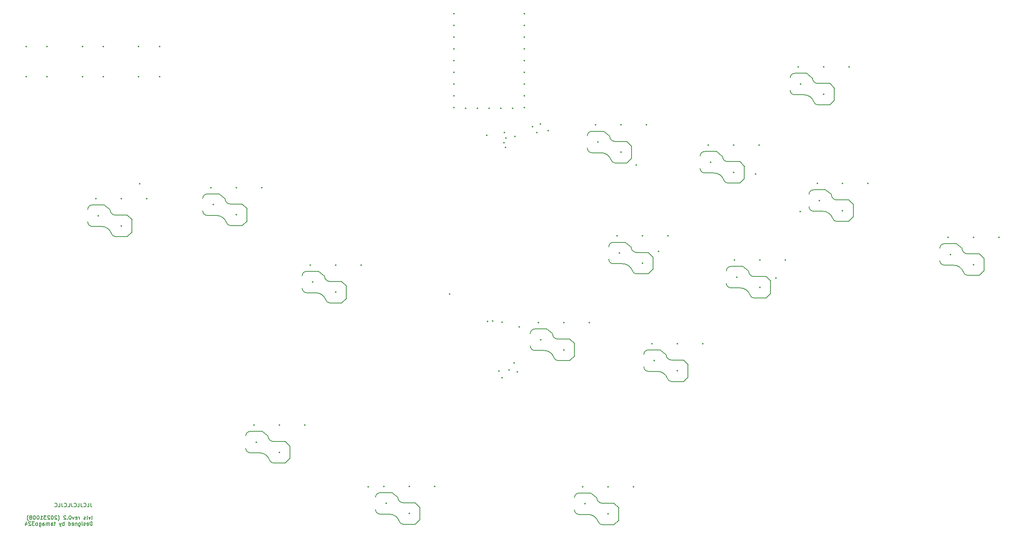
<source format=gbo>
%TF.GenerationSoftware,KiCad,Pcbnew,7.0.7*%
%TF.CreationDate,2023-10-08T10:30:23+09:00*%
%TF.ProjectId,lvls,6c766c73-2e6b-4696-9361-645f70636258,rev?*%
%TF.SameCoordinates,Original*%
%TF.FileFunction,Legend,Bot*%
%TF.FilePolarity,Positive*%
%FSLAX46Y46*%
G04 Gerber Fmt 4.6, Leading zero omitted, Abs format (unit mm)*
G04 Created by KiCad (PCBNEW 7.0.7) date 2023-10-08 10:30:23*
%MOMM*%
%LPD*%
G01*
G04 APERTURE LIST*
%ADD10C,0.203200*%
%ADD11C,0.150000*%
%ADD12C,0.350000*%
G04 APERTURE END LIST*
D10*
X51954361Y-130952649D02*
X51954361Y-131533221D01*
X51954361Y-131533221D02*
X51993066Y-131649335D01*
X51993066Y-131649335D02*
X52070475Y-131726745D01*
X52070475Y-131726745D02*
X52186590Y-131765449D01*
X52186590Y-131765449D02*
X52263999Y-131765449D01*
X51180266Y-131765449D02*
X51567314Y-131765449D01*
X51567314Y-131765449D02*
X51567314Y-130952649D01*
X50444876Y-131688040D02*
X50483580Y-131726745D01*
X50483580Y-131726745D02*
X50599695Y-131765449D01*
X50599695Y-131765449D02*
X50677104Y-131765449D01*
X50677104Y-131765449D02*
X50793218Y-131726745D01*
X50793218Y-131726745D02*
X50870628Y-131649335D01*
X50870628Y-131649335D02*
X50909333Y-131571925D01*
X50909333Y-131571925D02*
X50948037Y-131417106D01*
X50948037Y-131417106D02*
X50948037Y-131300992D01*
X50948037Y-131300992D02*
X50909333Y-131146173D01*
X50909333Y-131146173D02*
X50870628Y-131068764D01*
X50870628Y-131068764D02*
X50793218Y-130991354D01*
X50793218Y-130991354D02*
X50677104Y-130952649D01*
X50677104Y-130952649D02*
X50599695Y-130952649D01*
X50599695Y-130952649D02*
X50483580Y-130991354D01*
X50483580Y-130991354D02*
X50444876Y-131030059D01*
X49864304Y-130952649D02*
X49864304Y-131533221D01*
X49864304Y-131533221D02*
X49903009Y-131649335D01*
X49903009Y-131649335D02*
X49980418Y-131726745D01*
X49980418Y-131726745D02*
X50096533Y-131765449D01*
X50096533Y-131765449D02*
X50173942Y-131765449D01*
X49090209Y-131765449D02*
X49477257Y-131765449D01*
X49477257Y-131765449D02*
X49477257Y-130952649D01*
X48354819Y-131688040D02*
X48393523Y-131726745D01*
X48393523Y-131726745D02*
X48509638Y-131765449D01*
X48509638Y-131765449D02*
X48587047Y-131765449D01*
X48587047Y-131765449D02*
X48703161Y-131726745D01*
X48703161Y-131726745D02*
X48780571Y-131649335D01*
X48780571Y-131649335D02*
X48819276Y-131571925D01*
X48819276Y-131571925D02*
X48857980Y-131417106D01*
X48857980Y-131417106D02*
X48857980Y-131300992D01*
X48857980Y-131300992D02*
X48819276Y-131146173D01*
X48819276Y-131146173D02*
X48780571Y-131068764D01*
X48780571Y-131068764D02*
X48703161Y-130991354D01*
X48703161Y-130991354D02*
X48587047Y-130952649D01*
X48587047Y-130952649D02*
X48509638Y-130952649D01*
X48509638Y-130952649D02*
X48393523Y-130991354D01*
X48393523Y-130991354D02*
X48354819Y-131030059D01*
X47774247Y-130952649D02*
X47774247Y-131533221D01*
X47774247Y-131533221D02*
X47812952Y-131649335D01*
X47812952Y-131649335D02*
X47890361Y-131726745D01*
X47890361Y-131726745D02*
X48006476Y-131765449D01*
X48006476Y-131765449D02*
X48083885Y-131765449D01*
X47000152Y-131765449D02*
X47387200Y-131765449D01*
X47387200Y-131765449D02*
X47387200Y-130952649D01*
X46264762Y-131688040D02*
X46303466Y-131726745D01*
X46303466Y-131726745D02*
X46419581Y-131765449D01*
X46419581Y-131765449D02*
X46496990Y-131765449D01*
X46496990Y-131765449D02*
X46613104Y-131726745D01*
X46613104Y-131726745D02*
X46690514Y-131649335D01*
X46690514Y-131649335D02*
X46729219Y-131571925D01*
X46729219Y-131571925D02*
X46767923Y-131417106D01*
X46767923Y-131417106D02*
X46767923Y-131300992D01*
X46767923Y-131300992D02*
X46729219Y-131146173D01*
X46729219Y-131146173D02*
X46690514Y-131068764D01*
X46690514Y-131068764D02*
X46613104Y-130991354D01*
X46613104Y-130991354D02*
X46496990Y-130952649D01*
X46496990Y-130952649D02*
X46419581Y-130952649D01*
X46419581Y-130952649D02*
X46303466Y-130991354D01*
X46303466Y-130991354D02*
X46264762Y-131030059D01*
X45684190Y-130952649D02*
X45684190Y-131533221D01*
X45684190Y-131533221D02*
X45722895Y-131649335D01*
X45722895Y-131649335D02*
X45800304Y-131726745D01*
X45800304Y-131726745D02*
X45916419Y-131765449D01*
X45916419Y-131765449D02*
X45993828Y-131765449D01*
X44910095Y-131765449D02*
X45297143Y-131765449D01*
X45297143Y-131765449D02*
X45297143Y-130952649D01*
X44174705Y-131688040D02*
X44213409Y-131726745D01*
X44213409Y-131726745D02*
X44329524Y-131765449D01*
X44329524Y-131765449D02*
X44406933Y-131765449D01*
X44406933Y-131765449D02*
X44523047Y-131726745D01*
X44523047Y-131726745D02*
X44600457Y-131649335D01*
X44600457Y-131649335D02*
X44639162Y-131571925D01*
X44639162Y-131571925D02*
X44677866Y-131417106D01*
X44677866Y-131417106D02*
X44677866Y-131300992D01*
X44677866Y-131300992D02*
X44639162Y-131146173D01*
X44639162Y-131146173D02*
X44600457Y-131068764D01*
X44600457Y-131068764D02*
X44523047Y-130991354D01*
X44523047Y-130991354D02*
X44406933Y-130952649D01*
X44406933Y-130952649D02*
X44329524Y-130952649D01*
X44329524Y-130952649D02*
X44213409Y-130991354D01*
X44213409Y-130991354D02*
X44174705Y-131030059D01*
X52156677Y-134481353D02*
X52234087Y-134442649D01*
X52234087Y-134442649D02*
X52272792Y-134365239D01*
X52272792Y-134365239D02*
X52272792Y-133668553D01*
X51924449Y-133939487D02*
X51730925Y-134481353D01*
X51730925Y-134481353D02*
X51537402Y-133939487D01*
X51111649Y-134481353D02*
X51189059Y-134442649D01*
X51189059Y-134442649D02*
X51227764Y-134365239D01*
X51227764Y-134365239D02*
X51227764Y-133668553D01*
X50840716Y-134442649D02*
X50763307Y-134481353D01*
X50763307Y-134481353D02*
X50608488Y-134481353D01*
X50608488Y-134481353D02*
X50531078Y-134442649D01*
X50531078Y-134442649D02*
X50492374Y-134365239D01*
X50492374Y-134365239D02*
X50492374Y-134326534D01*
X50492374Y-134326534D02*
X50531078Y-134249125D01*
X50531078Y-134249125D02*
X50608488Y-134210420D01*
X50608488Y-134210420D02*
X50724602Y-134210420D01*
X50724602Y-134210420D02*
X50802012Y-134171715D01*
X50802012Y-134171715D02*
X50840716Y-134094306D01*
X50840716Y-134094306D02*
X50840716Y-134055601D01*
X50840716Y-134055601D02*
X50802012Y-133978191D01*
X50802012Y-133978191D02*
X50724602Y-133939487D01*
X50724602Y-133939487D02*
X50608488Y-133939487D01*
X50608488Y-133939487D02*
X50531078Y-133978191D01*
X49524755Y-134481353D02*
X49524755Y-133939487D01*
X49524755Y-134094306D02*
X49486050Y-134016896D01*
X49486050Y-134016896D02*
X49447345Y-133978191D01*
X49447345Y-133978191D02*
X49369936Y-133939487D01*
X49369936Y-133939487D02*
X49292526Y-133939487D01*
X48711955Y-134442649D02*
X48789364Y-134481353D01*
X48789364Y-134481353D02*
X48944183Y-134481353D01*
X48944183Y-134481353D02*
X49021593Y-134442649D01*
X49021593Y-134442649D02*
X49060297Y-134365239D01*
X49060297Y-134365239D02*
X49060297Y-134055601D01*
X49060297Y-134055601D02*
X49021593Y-133978191D01*
X49021593Y-133978191D02*
X48944183Y-133939487D01*
X48944183Y-133939487D02*
X48789364Y-133939487D01*
X48789364Y-133939487D02*
X48711955Y-133978191D01*
X48711955Y-133978191D02*
X48673250Y-134055601D01*
X48673250Y-134055601D02*
X48673250Y-134133010D01*
X48673250Y-134133010D02*
X49060297Y-134210420D01*
X48402316Y-133939487D02*
X48208792Y-134481353D01*
X48208792Y-134481353D02*
X48015269Y-133939487D01*
X47550812Y-133668553D02*
X47473402Y-133668553D01*
X47473402Y-133668553D02*
X47395993Y-133707258D01*
X47395993Y-133707258D02*
X47357288Y-133745963D01*
X47357288Y-133745963D02*
X47318583Y-133823372D01*
X47318583Y-133823372D02*
X47279878Y-133978191D01*
X47279878Y-133978191D02*
X47279878Y-134171715D01*
X47279878Y-134171715D02*
X47318583Y-134326534D01*
X47318583Y-134326534D02*
X47357288Y-134403944D01*
X47357288Y-134403944D02*
X47395993Y-134442649D01*
X47395993Y-134442649D02*
X47473402Y-134481353D01*
X47473402Y-134481353D02*
X47550812Y-134481353D01*
X47550812Y-134481353D02*
X47628221Y-134442649D01*
X47628221Y-134442649D02*
X47666926Y-134403944D01*
X47666926Y-134403944D02*
X47705631Y-134326534D01*
X47705631Y-134326534D02*
X47744335Y-134171715D01*
X47744335Y-134171715D02*
X47744335Y-133978191D01*
X47744335Y-133978191D02*
X47705631Y-133823372D01*
X47705631Y-133823372D02*
X47666926Y-133745963D01*
X47666926Y-133745963D02*
X47628221Y-133707258D01*
X47628221Y-133707258D02*
X47550812Y-133668553D01*
X46931536Y-134403944D02*
X46892831Y-134442649D01*
X46892831Y-134442649D02*
X46931536Y-134481353D01*
X46931536Y-134481353D02*
X46970240Y-134442649D01*
X46970240Y-134442649D02*
X46931536Y-134403944D01*
X46931536Y-134403944D02*
X46931536Y-134481353D01*
X46583192Y-133745963D02*
X46544488Y-133707258D01*
X46544488Y-133707258D02*
X46467078Y-133668553D01*
X46467078Y-133668553D02*
X46273554Y-133668553D01*
X46273554Y-133668553D02*
X46196145Y-133707258D01*
X46196145Y-133707258D02*
X46157440Y-133745963D01*
X46157440Y-133745963D02*
X46118735Y-133823372D01*
X46118735Y-133823372D02*
X46118735Y-133900782D01*
X46118735Y-133900782D02*
X46157440Y-134016896D01*
X46157440Y-134016896D02*
X46621897Y-134481353D01*
X46621897Y-134481353D02*
X46118735Y-134481353D01*
X44918888Y-134790991D02*
X44957593Y-134752287D01*
X44957593Y-134752287D02*
X45035002Y-134636172D01*
X45035002Y-134636172D02*
X45073707Y-134558763D01*
X45073707Y-134558763D02*
X45112412Y-134442649D01*
X45112412Y-134442649D02*
X45151117Y-134249125D01*
X45151117Y-134249125D02*
X45151117Y-134094306D01*
X45151117Y-134094306D02*
X45112412Y-133900782D01*
X45112412Y-133900782D02*
X45073707Y-133784668D01*
X45073707Y-133784668D02*
X45035002Y-133707258D01*
X45035002Y-133707258D02*
X44957593Y-133591144D01*
X44957593Y-133591144D02*
X44918888Y-133552439D01*
X44647954Y-133745963D02*
X44609250Y-133707258D01*
X44609250Y-133707258D02*
X44531840Y-133668553D01*
X44531840Y-133668553D02*
X44338316Y-133668553D01*
X44338316Y-133668553D02*
X44260907Y-133707258D01*
X44260907Y-133707258D02*
X44222202Y-133745963D01*
X44222202Y-133745963D02*
X44183497Y-133823372D01*
X44183497Y-133823372D02*
X44183497Y-133900782D01*
X44183497Y-133900782D02*
X44222202Y-134016896D01*
X44222202Y-134016896D02*
X44686659Y-134481353D01*
X44686659Y-134481353D02*
X44183497Y-134481353D01*
X43680336Y-133668553D02*
X43602926Y-133668553D01*
X43602926Y-133668553D02*
X43525517Y-133707258D01*
X43525517Y-133707258D02*
X43486812Y-133745963D01*
X43486812Y-133745963D02*
X43448107Y-133823372D01*
X43448107Y-133823372D02*
X43409402Y-133978191D01*
X43409402Y-133978191D02*
X43409402Y-134171715D01*
X43409402Y-134171715D02*
X43448107Y-134326534D01*
X43448107Y-134326534D02*
X43486812Y-134403944D01*
X43486812Y-134403944D02*
X43525517Y-134442649D01*
X43525517Y-134442649D02*
X43602926Y-134481353D01*
X43602926Y-134481353D02*
X43680336Y-134481353D01*
X43680336Y-134481353D02*
X43757745Y-134442649D01*
X43757745Y-134442649D02*
X43796450Y-134403944D01*
X43796450Y-134403944D02*
X43835155Y-134326534D01*
X43835155Y-134326534D02*
X43873859Y-134171715D01*
X43873859Y-134171715D02*
X43873859Y-133978191D01*
X43873859Y-133978191D02*
X43835155Y-133823372D01*
X43835155Y-133823372D02*
X43796450Y-133745963D01*
X43796450Y-133745963D02*
X43757745Y-133707258D01*
X43757745Y-133707258D02*
X43680336Y-133668553D01*
X43099764Y-133745963D02*
X43061060Y-133707258D01*
X43061060Y-133707258D02*
X42983650Y-133668553D01*
X42983650Y-133668553D02*
X42790126Y-133668553D01*
X42790126Y-133668553D02*
X42712717Y-133707258D01*
X42712717Y-133707258D02*
X42674012Y-133745963D01*
X42674012Y-133745963D02*
X42635307Y-133823372D01*
X42635307Y-133823372D02*
X42635307Y-133900782D01*
X42635307Y-133900782D02*
X42674012Y-134016896D01*
X42674012Y-134016896D02*
X43138469Y-134481353D01*
X43138469Y-134481353D02*
X42635307Y-134481353D01*
X42364374Y-133668553D02*
X41861212Y-133668553D01*
X41861212Y-133668553D02*
X42132146Y-133978191D01*
X42132146Y-133978191D02*
X42016031Y-133978191D01*
X42016031Y-133978191D02*
X41938622Y-134016896D01*
X41938622Y-134016896D02*
X41899917Y-134055601D01*
X41899917Y-134055601D02*
X41861212Y-134133010D01*
X41861212Y-134133010D02*
X41861212Y-134326534D01*
X41861212Y-134326534D02*
X41899917Y-134403944D01*
X41899917Y-134403944D02*
X41938622Y-134442649D01*
X41938622Y-134442649D02*
X42016031Y-134481353D01*
X42016031Y-134481353D02*
X42248260Y-134481353D01*
X42248260Y-134481353D02*
X42325669Y-134442649D01*
X42325669Y-134442649D02*
X42364374Y-134403944D01*
X41087117Y-134481353D02*
X41551574Y-134481353D01*
X41319346Y-134481353D02*
X41319346Y-133668553D01*
X41319346Y-133668553D02*
X41396755Y-133784668D01*
X41396755Y-133784668D02*
X41474165Y-133862077D01*
X41474165Y-133862077D02*
X41551574Y-133900782D01*
X40583956Y-133668553D02*
X40506546Y-133668553D01*
X40506546Y-133668553D02*
X40429137Y-133707258D01*
X40429137Y-133707258D02*
X40390432Y-133745963D01*
X40390432Y-133745963D02*
X40351727Y-133823372D01*
X40351727Y-133823372D02*
X40313022Y-133978191D01*
X40313022Y-133978191D02*
X40313022Y-134171715D01*
X40313022Y-134171715D02*
X40351727Y-134326534D01*
X40351727Y-134326534D02*
X40390432Y-134403944D01*
X40390432Y-134403944D02*
X40429137Y-134442649D01*
X40429137Y-134442649D02*
X40506546Y-134481353D01*
X40506546Y-134481353D02*
X40583956Y-134481353D01*
X40583956Y-134481353D02*
X40661365Y-134442649D01*
X40661365Y-134442649D02*
X40700070Y-134403944D01*
X40700070Y-134403944D02*
X40738775Y-134326534D01*
X40738775Y-134326534D02*
X40777479Y-134171715D01*
X40777479Y-134171715D02*
X40777479Y-133978191D01*
X40777479Y-133978191D02*
X40738775Y-133823372D01*
X40738775Y-133823372D02*
X40700070Y-133745963D01*
X40700070Y-133745963D02*
X40661365Y-133707258D01*
X40661365Y-133707258D02*
X40583956Y-133668553D01*
X39809861Y-133668553D02*
X39732451Y-133668553D01*
X39732451Y-133668553D02*
X39655042Y-133707258D01*
X39655042Y-133707258D02*
X39616337Y-133745963D01*
X39616337Y-133745963D02*
X39577632Y-133823372D01*
X39577632Y-133823372D02*
X39538927Y-133978191D01*
X39538927Y-133978191D02*
X39538927Y-134171715D01*
X39538927Y-134171715D02*
X39577632Y-134326534D01*
X39577632Y-134326534D02*
X39616337Y-134403944D01*
X39616337Y-134403944D02*
X39655042Y-134442649D01*
X39655042Y-134442649D02*
X39732451Y-134481353D01*
X39732451Y-134481353D02*
X39809861Y-134481353D01*
X39809861Y-134481353D02*
X39887270Y-134442649D01*
X39887270Y-134442649D02*
X39925975Y-134403944D01*
X39925975Y-134403944D02*
X39964680Y-134326534D01*
X39964680Y-134326534D02*
X40003384Y-134171715D01*
X40003384Y-134171715D02*
X40003384Y-133978191D01*
X40003384Y-133978191D02*
X39964680Y-133823372D01*
X39964680Y-133823372D02*
X39925975Y-133745963D01*
X39925975Y-133745963D02*
X39887270Y-133707258D01*
X39887270Y-133707258D02*
X39809861Y-133668553D01*
X39074470Y-134016896D02*
X39151880Y-133978191D01*
X39151880Y-133978191D02*
X39190585Y-133939487D01*
X39190585Y-133939487D02*
X39229289Y-133862077D01*
X39229289Y-133862077D02*
X39229289Y-133823372D01*
X39229289Y-133823372D02*
X39190585Y-133745963D01*
X39190585Y-133745963D02*
X39151880Y-133707258D01*
X39151880Y-133707258D02*
X39074470Y-133668553D01*
X39074470Y-133668553D02*
X38919651Y-133668553D01*
X38919651Y-133668553D02*
X38842242Y-133707258D01*
X38842242Y-133707258D02*
X38803537Y-133745963D01*
X38803537Y-133745963D02*
X38764832Y-133823372D01*
X38764832Y-133823372D02*
X38764832Y-133862077D01*
X38764832Y-133862077D02*
X38803537Y-133939487D01*
X38803537Y-133939487D02*
X38842242Y-133978191D01*
X38842242Y-133978191D02*
X38919651Y-134016896D01*
X38919651Y-134016896D02*
X39074470Y-134016896D01*
X39074470Y-134016896D02*
X39151880Y-134055601D01*
X39151880Y-134055601D02*
X39190585Y-134094306D01*
X39190585Y-134094306D02*
X39229289Y-134171715D01*
X39229289Y-134171715D02*
X39229289Y-134326534D01*
X39229289Y-134326534D02*
X39190585Y-134403944D01*
X39190585Y-134403944D02*
X39151880Y-134442649D01*
X39151880Y-134442649D02*
X39074470Y-134481353D01*
X39074470Y-134481353D02*
X38919651Y-134481353D01*
X38919651Y-134481353D02*
X38842242Y-134442649D01*
X38842242Y-134442649D02*
X38803537Y-134403944D01*
X38803537Y-134403944D02*
X38764832Y-134326534D01*
X38764832Y-134326534D02*
X38764832Y-134171715D01*
X38764832Y-134171715D02*
X38803537Y-134094306D01*
X38803537Y-134094306D02*
X38842242Y-134055601D01*
X38842242Y-134055601D02*
X38919651Y-134016896D01*
X38493899Y-134790991D02*
X38455194Y-134752287D01*
X38455194Y-134752287D02*
X38377785Y-134636172D01*
X38377785Y-134636172D02*
X38339080Y-134558763D01*
X38339080Y-134558763D02*
X38300375Y-134442649D01*
X38300375Y-134442649D02*
X38261671Y-134249125D01*
X38261671Y-134249125D02*
X38261671Y-134094306D01*
X38261671Y-134094306D02*
X38300375Y-133900782D01*
X38300375Y-133900782D02*
X38339080Y-133784668D01*
X38339080Y-133784668D02*
X38377785Y-133707258D01*
X38377785Y-133707258D02*
X38455194Y-133591144D01*
X38455194Y-133591144D02*
X38493899Y-133552439D01*
X52272792Y-135789961D02*
X52272792Y-134977161D01*
X52272792Y-134977161D02*
X52079268Y-134977161D01*
X52079268Y-134977161D02*
X51963154Y-135015866D01*
X51963154Y-135015866D02*
X51885744Y-135093276D01*
X51885744Y-135093276D02*
X51847039Y-135170685D01*
X51847039Y-135170685D02*
X51808335Y-135325504D01*
X51808335Y-135325504D02*
X51808335Y-135441618D01*
X51808335Y-135441618D02*
X51847039Y-135596437D01*
X51847039Y-135596437D02*
X51885744Y-135673847D01*
X51885744Y-135673847D02*
X51963154Y-135751257D01*
X51963154Y-135751257D02*
X52079268Y-135789961D01*
X52079268Y-135789961D02*
X52272792Y-135789961D01*
X51150354Y-135751257D02*
X51227763Y-135789961D01*
X51227763Y-135789961D02*
X51382582Y-135789961D01*
X51382582Y-135789961D02*
X51459992Y-135751257D01*
X51459992Y-135751257D02*
X51498696Y-135673847D01*
X51498696Y-135673847D02*
X51498696Y-135364209D01*
X51498696Y-135364209D02*
X51459992Y-135286799D01*
X51459992Y-135286799D02*
X51382582Y-135248095D01*
X51382582Y-135248095D02*
X51227763Y-135248095D01*
X51227763Y-135248095D02*
X51150354Y-135286799D01*
X51150354Y-135286799D02*
X51111649Y-135364209D01*
X51111649Y-135364209D02*
X51111649Y-135441618D01*
X51111649Y-135441618D02*
X51498696Y-135519028D01*
X50802010Y-135751257D02*
X50724601Y-135789961D01*
X50724601Y-135789961D02*
X50569782Y-135789961D01*
X50569782Y-135789961D02*
X50492372Y-135751257D01*
X50492372Y-135751257D02*
X50453668Y-135673847D01*
X50453668Y-135673847D02*
X50453668Y-135635142D01*
X50453668Y-135635142D02*
X50492372Y-135557733D01*
X50492372Y-135557733D02*
X50569782Y-135519028D01*
X50569782Y-135519028D02*
X50685896Y-135519028D01*
X50685896Y-135519028D02*
X50763306Y-135480323D01*
X50763306Y-135480323D02*
X50802010Y-135402914D01*
X50802010Y-135402914D02*
X50802010Y-135364209D01*
X50802010Y-135364209D02*
X50763306Y-135286799D01*
X50763306Y-135286799D02*
X50685896Y-135248095D01*
X50685896Y-135248095D02*
X50569782Y-135248095D01*
X50569782Y-135248095D02*
X50492372Y-135286799D01*
X50105325Y-135789961D02*
X50105325Y-135248095D01*
X50105325Y-134977161D02*
X50144029Y-135015866D01*
X50144029Y-135015866D02*
X50105325Y-135054571D01*
X50105325Y-135054571D02*
X50066620Y-135015866D01*
X50066620Y-135015866D02*
X50105325Y-134977161D01*
X50105325Y-134977161D02*
X50105325Y-135054571D01*
X49369934Y-135248095D02*
X49369934Y-135906076D01*
X49369934Y-135906076D02*
X49408639Y-135983485D01*
X49408639Y-135983485D02*
X49447343Y-136022190D01*
X49447343Y-136022190D02*
X49524753Y-136060895D01*
X49524753Y-136060895D02*
X49640867Y-136060895D01*
X49640867Y-136060895D02*
X49718277Y-136022190D01*
X49369934Y-135751257D02*
X49447343Y-135789961D01*
X49447343Y-135789961D02*
X49602162Y-135789961D01*
X49602162Y-135789961D02*
X49679572Y-135751257D01*
X49679572Y-135751257D02*
X49718277Y-135712552D01*
X49718277Y-135712552D02*
X49756981Y-135635142D01*
X49756981Y-135635142D02*
X49756981Y-135402914D01*
X49756981Y-135402914D02*
X49718277Y-135325504D01*
X49718277Y-135325504D02*
X49679572Y-135286799D01*
X49679572Y-135286799D02*
X49602162Y-135248095D01*
X49602162Y-135248095D02*
X49447343Y-135248095D01*
X49447343Y-135248095D02*
X49369934Y-135286799D01*
X48982887Y-135248095D02*
X48982887Y-135789961D01*
X48982887Y-135325504D02*
X48944182Y-135286799D01*
X48944182Y-135286799D02*
X48866772Y-135248095D01*
X48866772Y-135248095D02*
X48750658Y-135248095D01*
X48750658Y-135248095D02*
X48673249Y-135286799D01*
X48673249Y-135286799D02*
X48634544Y-135364209D01*
X48634544Y-135364209D02*
X48634544Y-135789961D01*
X47937859Y-135751257D02*
X48015268Y-135789961D01*
X48015268Y-135789961D02*
X48170087Y-135789961D01*
X48170087Y-135789961D02*
X48247497Y-135751257D01*
X48247497Y-135751257D02*
X48286201Y-135673847D01*
X48286201Y-135673847D02*
X48286201Y-135364209D01*
X48286201Y-135364209D02*
X48247497Y-135286799D01*
X48247497Y-135286799D02*
X48170087Y-135248095D01*
X48170087Y-135248095D02*
X48015268Y-135248095D01*
X48015268Y-135248095D02*
X47937859Y-135286799D01*
X47937859Y-135286799D02*
X47899154Y-135364209D01*
X47899154Y-135364209D02*
X47899154Y-135441618D01*
X47899154Y-135441618D02*
X48286201Y-135519028D01*
X47202468Y-135789961D02*
X47202468Y-134977161D01*
X47202468Y-135751257D02*
X47279877Y-135789961D01*
X47279877Y-135789961D02*
X47434696Y-135789961D01*
X47434696Y-135789961D02*
X47512106Y-135751257D01*
X47512106Y-135751257D02*
X47550811Y-135712552D01*
X47550811Y-135712552D02*
X47589515Y-135635142D01*
X47589515Y-135635142D02*
X47589515Y-135402914D01*
X47589515Y-135402914D02*
X47550811Y-135325504D01*
X47550811Y-135325504D02*
X47512106Y-135286799D01*
X47512106Y-135286799D02*
X47434696Y-135248095D01*
X47434696Y-135248095D02*
X47279877Y-135248095D01*
X47279877Y-135248095D02*
X47202468Y-135286799D01*
X46196145Y-135789961D02*
X46196145Y-134977161D01*
X46196145Y-135286799D02*
X46118735Y-135248095D01*
X46118735Y-135248095D02*
X45963916Y-135248095D01*
X45963916Y-135248095D02*
X45886507Y-135286799D01*
X45886507Y-135286799D02*
X45847802Y-135325504D01*
X45847802Y-135325504D02*
X45809097Y-135402914D01*
X45809097Y-135402914D02*
X45809097Y-135635142D01*
X45809097Y-135635142D02*
X45847802Y-135712552D01*
X45847802Y-135712552D02*
X45886507Y-135751257D01*
X45886507Y-135751257D02*
X45963916Y-135789961D01*
X45963916Y-135789961D02*
X46118735Y-135789961D01*
X46118735Y-135789961D02*
X46196145Y-135751257D01*
X45538164Y-135248095D02*
X45344640Y-135789961D01*
X45151117Y-135248095D02*
X45344640Y-135789961D01*
X45344640Y-135789961D02*
X45422050Y-135983485D01*
X45422050Y-135983485D02*
X45460755Y-136022190D01*
X45460755Y-136022190D02*
X45538164Y-136060895D01*
X44338317Y-135248095D02*
X44028679Y-135248095D01*
X44222203Y-134977161D02*
X44222203Y-135673847D01*
X44222203Y-135673847D02*
X44183498Y-135751257D01*
X44183498Y-135751257D02*
X44106088Y-135789961D01*
X44106088Y-135789961D02*
X44028679Y-135789961D01*
X43409403Y-135789961D02*
X43409403Y-135364209D01*
X43409403Y-135364209D02*
X43448108Y-135286799D01*
X43448108Y-135286799D02*
X43525517Y-135248095D01*
X43525517Y-135248095D02*
X43680336Y-135248095D01*
X43680336Y-135248095D02*
X43757746Y-135286799D01*
X43409403Y-135751257D02*
X43486812Y-135789961D01*
X43486812Y-135789961D02*
X43680336Y-135789961D01*
X43680336Y-135789961D02*
X43757746Y-135751257D01*
X43757746Y-135751257D02*
X43796450Y-135673847D01*
X43796450Y-135673847D02*
X43796450Y-135596437D01*
X43796450Y-135596437D02*
X43757746Y-135519028D01*
X43757746Y-135519028D02*
X43680336Y-135480323D01*
X43680336Y-135480323D02*
X43486812Y-135480323D01*
X43486812Y-135480323D02*
X43409403Y-135441618D01*
X43022356Y-135789961D02*
X43022356Y-135248095D01*
X43022356Y-135325504D02*
X42983651Y-135286799D01*
X42983651Y-135286799D02*
X42906241Y-135248095D01*
X42906241Y-135248095D02*
X42790127Y-135248095D01*
X42790127Y-135248095D02*
X42712718Y-135286799D01*
X42712718Y-135286799D02*
X42674013Y-135364209D01*
X42674013Y-135364209D02*
X42674013Y-135789961D01*
X42674013Y-135364209D02*
X42635308Y-135286799D01*
X42635308Y-135286799D02*
X42557899Y-135248095D01*
X42557899Y-135248095D02*
X42441784Y-135248095D01*
X42441784Y-135248095D02*
X42364375Y-135286799D01*
X42364375Y-135286799D02*
X42325670Y-135364209D01*
X42325670Y-135364209D02*
X42325670Y-135789961D01*
X41590280Y-135789961D02*
X41590280Y-135364209D01*
X41590280Y-135364209D02*
X41628985Y-135286799D01*
X41628985Y-135286799D02*
X41706394Y-135248095D01*
X41706394Y-135248095D02*
X41861213Y-135248095D01*
X41861213Y-135248095D02*
X41938623Y-135286799D01*
X41590280Y-135751257D02*
X41667689Y-135789961D01*
X41667689Y-135789961D02*
X41861213Y-135789961D01*
X41861213Y-135789961D02*
X41938623Y-135751257D01*
X41938623Y-135751257D02*
X41977327Y-135673847D01*
X41977327Y-135673847D02*
X41977327Y-135596437D01*
X41977327Y-135596437D02*
X41938623Y-135519028D01*
X41938623Y-135519028D02*
X41861213Y-135480323D01*
X41861213Y-135480323D02*
X41667689Y-135480323D01*
X41667689Y-135480323D02*
X41590280Y-135441618D01*
X40854890Y-135248095D02*
X40854890Y-135906076D01*
X40854890Y-135906076D02*
X40893595Y-135983485D01*
X40893595Y-135983485D02*
X40932299Y-136022190D01*
X40932299Y-136022190D02*
X41009709Y-136060895D01*
X41009709Y-136060895D02*
X41125823Y-136060895D01*
X41125823Y-136060895D02*
X41203233Y-136022190D01*
X40854890Y-135751257D02*
X40932299Y-135789961D01*
X40932299Y-135789961D02*
X41087118Y-135789961D01*
X41087118Y-135789961D02*
X41164528Y-135751257D01*
X41164528Y-135751257D02*
X41203233Y-135712552D01*
X41203233Y-135712552D02*
X41241937Y-135635142D01*
X41241937Y-135635142D02*
X41241937Y-135402914D01*
X41241937Y-135402914D02*
X41203233Y-135325504D01*
X41203233Y-135325504D02*
X41164528Y-135286799D01*
X41164528Y-135286799D02*
X41087118Y-135248095D01*
X41087118Y-135248095D02*
X40932299Y-135248095D01*
X40932299Y-135248095D02*
X40854890Y-135286799D01*
X40351728Y-135789961D02*
X40429138Y-135751257D01*
X40429138Y-135751257D02*
X40467843Y-135712552D01*
X40467843Y-135712552D02*
X40506547Y-135635142D01*
X40506547Y-135635142D02*
X40506547Y-135402914D01*
X40506547Y-135402914D02*
X40467843Y-135325504D01*
X40467843Y-135325504D02*
X40429138Y-135286799D01*
X40429138Y-135286799D02*
X40351728Y-135248095D01*
X40351728Y-135248095D02*
X40235614Y-135248095D01*
X40235614Y-135248095D02*
X40158205Y-135286799D01*
X40158205Y-135286799D02*
X40119500Y-135325504D01*
X40119500Y-135325504D02*
X40080795Y-135402914D01*
X40080795Y-135402914D02*
X40080795Y-135635142D01*
X40080795Y-135635142D02*
X40119500Y-135712552D01*
X40119500Y-135712552D02*
X40158205Y-135751257D01*
X40158205Y-135751257D02*
X40235614Y-135789961D01*
X40235614Y-135789961D02*
X40351728Y-135789961D01*
X39809862Y-134977161D02*
X39306700Y-134977161D01*
X39306700Y-134977161D02*
X39577634Y-135286799D01*
X39577634Y-135286799D02*
X39461519Y-135286799D01*
X39461519Y-135286799D02*
X39384110Y-135325504D01*
X39384110Y-135325504D02*
X39345405Y-135364209D01*
X39345405Y-135364209D02*
X39306700Y-135441618D01*
X39306700Y-135441618D02*
X39306700Y-135635142D01*
X39306700Y-135635142D02*
X39345405Y-135712552D01*
X39345405Y-135712552D02*
X39384110Y-135751257D01*
X39384110Y-135751257D02*
X39461519Y-135789961D01*
X39461519Y-135789961D02*
X39693748Y-135789961D01*
X39693748Y-135789961D02*
X39771157Y-135751257D01*
X39771157Y-135751257D02*
X39809862Y-135712552D01*
X38997062Y-135054571D02*
X38958358Y-135015866D01*
X38958358Y-135015866D02*
X38880948Y-134977161D01*
X38880948Y-134977161D02*
X38687424Y-134977161D01*
X38687424Y-134977161D02*
X38610015Y-135015866D01*
X38610015Y-135015866D02*
X38571310Y-135054571D01*
X38571310Y-135054571D02*
X38532605Y-135131980D01*
X38532605Y-135131980D02*
X38532605Y-135209390D01*
X38532605Y-135209390D02*
X38571310Y-135325504D01*
X38571310Y-135325504D02*
X39035767Y-135789961D01*
X39035767Y-135789961D02*
X38532605Y-135789961D01*
X37835920Y-135248095D02*
X37835920Y-135789961D01*
X38029444Y-134938457D02*
X38222967Y-135519028D01*
X38222967Y-135519028D02*
X37719806Y-135519028D01*
D11*
%TO.C,SW13*%
X88490000Y-120065000D02*
X86515000Y-120065000D01*
X89065000Y-115415000D02*
X86515000Y-115415000D01*
X89065000Y-115415000D02*
X90340000Y-116440000D01*
X94090000Y-117615000D02*
X91515000Y-117615000D01*
X94090000Y-117615000D02*
X95115000Y-118640000D01*
X94090000Y-122265000D02*
X91490000Y-122265000D01*
X94090000Y-122265000D02*
X95115000Y-121240000D01*
X95090000Y-118615000D02*
X95090000Y-121265000D01*
X86515000Y-115415000D02*
G75*
G03*
X85515000Y-116415000I-1J-999999D01*
G01*
X85515000Y-119065000D02*
G75*
G03*
X86515000Y-120065000I999999J-1D01*
G01*
X90627801Y-121561904D02*
G75*
G03*
X88490000Y-120065000I-2137802J-778098D01*
G01*
X90627802Y-121561904D02*
G75*
G03*
X91489005Y-122263790I899999J225000D01*
G01*
X90340000Y-116440000D02*
G75*
G03*
X91515000Y-117615000I1175002J2D01*
G01*
%TO.C,SW15*%
X159620000Y-133425000D02*
X157645000Y-133425000D01*
X160195000Y-128775000D02*
X157645000Y-128775000D01*
X160195000Y-128775000D02*
X161470000Y-129800000D01*
X165220000Y-130975000D02*
X162645000Y-130975000D01*
X165220000Y-130975000D02*
X166245000Y-132000000D01*
X165220000Y-135625000D02*
X162620000Y-135625000D01*
X165220000Y-135625000D02*
X166245000Y-134600000D01*
X166220000Y-131975000D02*
X166220000Y-134625000D01*
X157645000Y-128775000D02*
G75*
G03*
X156645000Y-129775000I-1J-999999D01*
G01*
X156645000Y-132425000D02*
G75*
G03*
X157645000Y-133425000I999999J-1D01*
G01*
X161757801Y-134921904D02*
G75*
G03*
X159620000Y-133425000I-2137802J-778098D01*
G01*
X161757802Y-134921904D02*
G75*
G03*
X162619005Y-135623790I899999J225000D01*
G01*
X161470000Y-129800000D02*
G75*
G03*
X162645000Y-130975000I1175002J2D01*
G01*
%TO.C,SW3*%
X54300000Y-71045000D02*
X52325000Y-71045000D01*
X54875000Y-66395000D02*
X52325000Y-66395000D01*
X54875000Y-66395000D02*
X56150000Y-67420000D01*
X59900000Y-68595000D02*
X57325000Y-68595000D01*
X59900000Y-68595000D02*
X60925000Y-69620000D01*
X59900000Y-73245000D02*
X57300000Y-73245000D01*
X59900000Y-73245000D02*
X60925000Y-72220000D01*
X60900000Y-69595000D02*
X60900000Y-72245000D01*
X52325000Y-66395000D02*
G75*
G03*
X51325000Y-67395000I-1J-999999D01*
G01*
X51325000Y-70045000D02*
G75*
G03*
X52325000Y-71045000I999999J-1D01*
G01*
X56437801Y-72541904D02*
G75*
G03*
X54300000Y-71045000I-2137802J-778098D01*
G01*
X56437802Y-72541904D02*
G75*
G03*
X57299005Y-73243790I899999J225000D01*
G01*
X56150000Y-67420000D02*
G75*
G03*
X57325000Y-68595000I1175002J2D01*
G01*
%TO.C,SW11*%
X174620000Y-102435000D02*
X172645000Y-102435000D01*
X175195000Y-97785000D02*
X172645000Y-97785000D01*
X175195000Y-97785000D02*
X176470000Y-98810000D01*
X180220000Y-99985000D02*
X177645000Y-99985000D01*
X180220000Y-99985000D02*
X181245000Y-101010000D01*
X180220000Y-104635000D02*
X177620000Y-104635000D01*
X180220000Y-104635000D02*
X181245000Y-103610000D01*
X181220000Y-100985000D02*
X181220000Y-103635000D01*
X172645000Y-97785000D02*
G75*
G03*
X171645000Y-98785000I-1J-999999D01*
G01*
X171645000Y-101435000D02*
G75*
G03*
X172645000Y-102435000I999999J-1D01*
G01*
X176757801Y-103931904D02*
G75*
G03*
X174620000Y-102435000I-2137802J-778098D01*
G01*
X176757802Y-103931904D02*
G75*
G03*
X177619005Y-104633790I899999J225000D01*
G01*
X176470000Y-98810000D02*
G75*
G03*
X177645000Y-99985000I1175002J2D01*
G01*
%TO.C,SW14*%
X116580000Y-133345000D02*
X114605000Y-133345000D01*
X117155000Y-128695000D02*
X114605000Y-128695000D01*
X117155000Y-128695000D02*
X118430000Y-129720000D01*
X122180000Y-130895000D02*
X119605000Y-130895000D01*
X122180000Y-130895000D02*
X123205000Y-131920000D01*
X122180000Y-135545000D02*
X119580000Y-135545000D01*
X122180000Y-135545000D02*
X123205000Y-134520000D01*
X123180000Y-131895000D02*
X123180000Y-134545000D01*
X114605000Y-128695000D02*
G75*
G03*
X113605000Y-129695000I-1J-999999D01*
G01*
X113605000Y-132345000D02*
G75*
G03*
X114605000Y-133345000I999999J-1D01*
G01*
X118717801Y-134841904D02*
G75*
G03*
X116580000Y-133345000I-2137802J-778098D01*
G01*
X118717802Y-134841904D02*
G75*
G03*
X119579005Y-135543790I899999J225000D01*
G01*
X118430000Y-129720000D02*
G75*
G03*
X119605000Y-130895000I1175002J2D01*
G01*
%TO.C,SW8*%
X210370000Y-67765000D02*
X208395000Y-67765000D01*
X210945000Y-63115000D02*
X208395000Y-63115000D01*
X210945000Y-63115000D02*
X212220000Y-64140000D01*
X215970000Y-65315000D02*
X213395000Y-65315000D01*
X215970000Y-65315000D02*
X216995000Y-66340000D01*
X215970000Y-69965000D02*
X213370000Y-69965000D01*
X215970000Y-69965000D02*
X216995000Y-68940000D01*
X216970000Y-66315000D02*
X216970000Y-68965000D01*
X208395000Y-63115000D02*
G75*
G03*
X207395000Y-64115000I-1J-999999D01*
G01*
X207395000Y-66765000D02*
G75*
G03*
X208395000Y-67765000I999999J-1D01*
G01*
X212507801Y-69261904D02*
G75*
G03*
X210370000Y-67765000I-2137802J-778098D01*
G01*
X212507802Y-69261904D02*
G75*
G03*
X213369005Y-69963790I899999J225000D01*
G01*
X212220000Y-64140000D02*
G75*
G03*
X213395000Y-65315000I1175002J2D01*
G01*
%TO.C,SW5*%
X100690000Y-85415000D02*
X98715000Y-85415000D01*
X101265000Y-80765000D02*
X98715000Y-80765000D01*
X101265000Y-80765000D02*
X102540000Y-81790000D01*
X106290000Y-82965000D02*
X103715000Y-82965000D01*
X106290000Y-82965000D02*
X107315000Y-83990000D01*
X106290000Y-87615000D02*
X103690000Y-87615000D01*
X106290000Y-87615000D02*
X107315000Y-86590000D01*
X107290000Y-83965000D02*
X107290000Y-86615000D01*
X98715000Y-80765000D02*
G75*
G03*
X97715000Y-81765000I-1J-999999D01*
G01*
X97715000Y-84415000D02*
G75*
G03*
X98715000Y-85415000I999999J-1D01*
G01*
X102827801Y-86911904D02*
G75*
G03*
X100690000Y-85415000I-2137802J-778098D01*
G01*
X102827802Y-86911904D02*
G75*
G03*
X103689005Y-87613790I899999J225000D01*
G01*
X102540000Y-81790000D02*
G75*
G03*
X103715000Y-82965000I1175002J2D01*
G01*
%TO.C,SW7*%
X186810000Y-59475000D02*
X184835000Y-59475000D01*
X187385000Y-54825000D02*
X184835000Y-54825000D01*
X187385000Y-54825000D02*
X188660000Y-55850000D01*
X192410000Y-57025000D02*
X189835000Y-57025000D01*
X192410000Y-57025000D02*
X193435000Y-58050000D01*
X192410000Y-61675000D02*
X189810000Y-61675000D01*
X192410000Y-61675000D02*
X193435000Y-60650000D01*
X193410000Y-58025000D02*
X193410000Y-60675000D01*
X184835000Y-54825000D02*
G75*
G03*
X183835000Y-55825000I-1J-999999D01*
G01*
X183835000Y-58475000D02*
G75*
G03*
X184835000Y-59475000I999999J-1D01*
G01*
X188947801Y-60971904D02*
G75*
G03*
X186810000Y-59475000I-2137802J-778098D01*
G01*
X188947802Y-60971904D02*
G75*
G03*
X189809005Y-61673790I899999J225000D01*
G01*
X188660000Y-55850000D02*
G75*
G03*
X189835000Y-57025000I1175002J2D01*
G01*
%TO.C,SW10*%
X150050000Y-97905000D02*
X148075000Y-97905000D01*
X150625000Y-93255000D02*
X148075000Y-93255000D01*
X150625000Y-93255000D02*
X151900000Y-94280000D01*
X155650000Y-95455000D02*
X153075000Y-95455000D01*
X155650000Y-95455000D02*
X156675000Y-96480000D01*
X155650000Y-100105000D02*
X153050000Y-100105000D01*
X155650000Y-100105000D02*
X156675000Y-99080000D01*
X156650000Y-96455000D02*
X156650000Y-99105000D01*
X148075000Y-93255000D02*
G75*
G03*
X147075000Y-94255000I-1J-999999D01*
G01*
X147075000Y-96905000D02*
G75*
G03*
X148075000Y-97905000I999999J-1D01*
G01*
X152187801Y-99401904D02*
G75*
G03*
X150050000Y-97905000I-2137802J-778098D01*
G01*
X152187802Y-99401904D02*
G75*
G03*
X153049005Y-100103790I899999J225000D01*
G01*
X151900000Y-94280000D02*
G75*
G03*
X153075000Y-95455000I1175002J2D01*
G01*
%TO.C,SW12*%
X192480000Y-84355000D02*
X190505000Y-84355000D01*
X193055000Y-79705000D02*
X190505000Y-79705000D01*
X193055000Y-79705000D02*
X194330000Y-80730000D01*
X198080000Y-81905000D02*
X195505000Y-81905000D01*
X198080000Y-81905000D02*
X199105000Y-82930000D01*
X198080000Y-86555000D02*
X195480000Y-86555000D01*
X198080000Y-86555000D02*
X199105000Y-85530000D01*
X199080000Y-82905000D02*
X199080000Y-85555000D01*
X190505000Y-79705000D02*
G75*
G03*
X189505000Y-80705000I-1J-999999D01*
G01*
X189505000Y-83355000D02*
G75*
G03*
X190505000Y-84355000I999999J-1D01*
G01*
X194617801Y-85851904D02*
G75*
G03*
X192480000Y-84355000I-2137802J-778098D01*
G01*
X194617802Y-85851904D02*
G75*
G03*
X195479005Y-86553790I899999J225000D01*
G01*
X194330000Y-80730000D02*
G75*
G03*
X195505000Y-81905000I1175002J2D01*
G01*
%TO.C,SW9*%
X238670000Y-79435000D02*
X236695000Y-79435000D01*
X239245000Y-74785000D02*
X236695000Y-74785000D01*
X239245000Y-74785000D02*
X240520000Y-75810000D01*
X244270000Y-76985000D02*
X241695000Y-76985000D01*
X244270000Y-76985000D02*
X245295000Y-78010000D01*
X244270000Y-81635000D02*
X241670000Y-81635000D01*
X244270000Y-81635000D02*
X245295000Y-80610000D01*
X245270000Y-77985000D02*
X245270000Y-80635000D01*
X236695000Y-74785000D02*
G75*
G03*
X235695000Y-75785000I-1J-999999D01*
G01*
X235695000Y-78435000D02*
G75*
G03*
X236695000Y-79435000I999999J-1D01*
G01*
X240807801Y-80931904D02*
G75*
G03*
X238670000Y-79435000I-2137802J-778098D01*
G01*
X240807802Y-80931904D02*
G75*
G03*
X241669005Y-81633790I899999J225000D01*
G01*
X240520000Y-75810000D02*
G75*
G03*
X241695000Y-76985000I1175002J2D01*
G01*
%TO.C,SW6*%
X167040000Y-79125000D02*
X165065000Y-79125000D01*
X167615000Y-74475000D02*
X165065000Y-74475000D01*
X167615000Y-74475000D02*
X168890000Y-75500000D01*
X172640000Y-76675000D02*
X170065000Y-76675000D01*
X172640000Y-76675000D02*
X173665000Y-77700000D01*
X172640000Y-81325000D02*
X170040000Y-81325000D01*
X172640000Y-81325000D02*
X173665000Y-80300000D01*
X173640000Y-77675000D02*
X173640000Y-80325000D01*
X165065000Y-74475000D02*
G75*
G03*
X164065000Y-75475000I-1J-999999D01*
G01*
X164065000Y-78125000D02*
G75*
G03*
X165065000Y-79125000I999999J-1D01*
G01*
X169177801Y-80621904D02*
G75*
G03*
X167040000Y-79125000I-2137802J-778098D01*
G01*
X169177802Y-80621904D02*
G75*
G03*
X170039005Y-81323790I899999J225000D01*
G01*
X168890000Y-75500000D02*
G75*
G03*
X170065000Y-76675000I1175002J2D01*
G01*
%TO.C,SW1*%
X206290000Y-42545000D02*
X204315000Y-42545000D01*
X206865000Y-37895000D02*
X204315000Y-37895000D01*
X206865000Y-37895000D02*
X208140000Y-38920000D01*
X211890000Y-40095000D02*
X209315000Y-40095000D01*
X211890000Y-40095000D02*
X212915000Y-41120000D01*
X211890000Y-44745000D02*
X209290000Y-44745000D01*
X211890000Y-44745000D02*
X212915000Y-43720000D01*
X212890000Y-41095000D02*
X212890000Y-43745000D01*
X204315000Y-37895000D02*
G75*
G03*
X203315000Y-38895000I-1J-999999D01*
G01*
X203315000Y-41545000D02*
G75*
G03*
X204315000Y-42545000I999999J-1D01*
G01*
X208427801Y-44041904D02*
G75*
G03*
X206290000Y-42545000I-2137802J-778098D01*
G01*
X208427802Y-44041904D02*
G75*
G03*
X209289005Y-44743790I899999J225000D01*
G01*
X208140000Y-38920000D02*
G75*
G03*
X209315000Y-40095000I1175002J2D01*
G01*
%TO.C,SW2*%
X162400000Y-55095000D02*
X160425000Y-55095000D01*
X162975000Y-50445000D02*
X160425000Y-50445000D01*
X162975000Y-50445000D02*
X164250000Y-51470000D01*
X168000000Y-52645000D02*
X165425000Y-52645000D01*
X168000000Y-52645000D02*
X169025000Y-53670000D01*
X168000000Y-57295000D02*
X165400000Y-57295000D01*
X168000000Y-57295000D02*
X169025000Y-56270000D01*
X169000000Y-53645000D02*
X169000000Y-56295000D01*
X160425000Y-50445000D02*
G75*
G03*
X159425000Y-51445000I-1J-999999D01*
G01*
X159425000Y-54095000D02*
G75*
G03*
X160425000Y-55095000I999999J-1D01*
G01*
X164537801Y-56591904D02*
G75*
G03*
X162400000Y-55095000I-2137802J-778098D01*
G01*
X164537802Y-56591904D02*
G75*
G03*
X165399005Y-57293790I899999J225000D01*
G01*
X164250000Y-51470000D02*
G75*
G03*
X165425000Y-52645000I1175002J2D01*
G01*
%TO.C,SW4*%
X79190000Y-68665000D02*
X77215000Y-68665000D01*
X79765000Y-64015000D02*
X77215000Y-64015000D01*
X79765000Y-64015000D02*
X81040000Y-65040000D01*
X84790000Y-66215000D02*
X82215000Y-66215000D01*
X84790000Y-66215000D02*
X85815000Y-67240000D01*
X84790000Y-70865000D02*
X82190000Y-70865000D01*
X84790000Y-70865000D02*
X85815000Y-69840000D01*
X85790000Y-67215000D02*
X85790000Y-69865000D01*
X77215000Y-64015000D02*
G75*
G03*
X76215000Y-65015000I-1J-999999D01*
G01*
X76215000Y-67665000D02*
G75*
G03*
X77215000Y-68665000I999999J-1D01*
G01*
X81327801Y-70161904D02*
G75*
G03*
X79190000Y-68665000I-2137802J-778098D01*
G01*
X81327802Y-70161904D02*
G75*
G03*
X82189005Y-70863790I899999J225000D01*
G01*
X81040000Y-65040000D02*
G75*
G03*
X82215000Y-66215000I1175002J2D01*
G01*
%TD*%
D12*
X112040000Y-127440000D03*
X149300000Y-48900000D03*
X137801334Y-91601334D03*
X148512299Y-50712299D03*
X137700000Y-51300000D03*
X147615497Y-49415497D03*
X144730000Y-92820000D03*
X143558638Y-100624039D03*
X144283138Y-102537701D03*
X143800000Y-51600000D03*
X141744918Y-53955788D03*
X141500000Y-50724500D03*
X141775500Y-51900000D03*
X141400000Y-52900000D03*
X151000000Y-50300000D03*
X140975500Y-91800000D03*
X140975500Y-103800000D03*
X138975500Y-91500000D03*
X142500000Y-102100000D03*
X169970000Y-57710000D03*
X174820000Y-76440000D03*
X205500000Y-67800000D03*
X62540000Y-61830000D03*
X200270000Y-82250000D03*
X140300000Y-102400000D03*
X195800000Y-59700000D03*
X66850000Y-32081500D03*
X66850000Y-38581500D03*
X62350000Y-32081500D03*
X62350000Y-38581500D03*
X50180000Y-38631500D03*
X50180000Y-32131500D03*
X54680000Y-38631500D03*
X54680000Y-32131500D03*
X42480000Y-32131500D03*
X42480000Y-38631500D03*
X37980000Y-32131500D03*
X37980000Y-38631500D03*
X129600000Y-85700000D03*
X87290000Y-114040000D03*
X87790000Y-117740000D03*
X92790000Y-114040000D03*
X92790000Y-119940000D03*
X98290000Y-114040000D03*
X158420000Y-127400000D03*
X158920000Y-131100000D03*
X163920000Y-127400000D03*
X163920000Y-133300000D03*
X169420000Y-127400000D03*
X53100000Y-65020000D03*
X53600000Y-68720000D03*
X58600000Y-65020000D03*
X58600000Y-70920000D03*
X64100000Y-65020000D03*
X145759000Y-24985000D03*
X145759000Y-27525000D03*
X145759000Y-30065000D03*
X145759000Y-32605000D03*
X145759000Y-35145000D03*
X145759000Y-37685000D03*
X145759000Y-40225000D03*
X145759000Y-42765000D03*
X145759000Y-45305000D03*
X143219000Y-45515000D03*
X140679000Y-45515000D03*
X138139000Y-45515000D03*
X135599000Y-45515000D03*
X133059000Y-45515000D03*
X130519000Y-45305000D03*
X130519000Y-42765000D03*
X130519000Y-40225000D03*
X130519000Y-37685000D03*
X130519000Y-35145000D03*
X130519000Y-32605000D03*
X130519000Y-30065000D03*
X130519000Y-27525000D03*
X130519000Y-24985000D03*
X173420000Y-96410000D03*
X173920000Y-100110000D03*
X178920000Y-96410000D03*
X178920000Y-102310000D03*
X184420000Y-96410000D03*
X115380000Y-127320000D03*
X115880000Y-131020000D03*
X120880000Y-127320000D03*
X120880000Y-133220000D03*
X126380000Y-127320000D03*
X209170000Y-61740000D03*
X209670000Y-65440000D03*
X214670000Y-61740000D03*
X214670000Y-67640000D03*
X220170000Y-61740000D03*
X99490000Y-79390000D03*
X99990000Y-83090000D03*
X104990000Y-79390000D03*
X104990000Y-85290000D03*
X110490000Y-79390000D03*
X185610000Y-53450000D03*
X186110000Y-57150000D03*
X191110000Y-53450000D03*
X191110000Y-59350000D03*
X196610000Y-53450000D03*
X148850000Y-91880000D03*
X149350000Y-95580000D03*
X154350000Y-91880000D03*
X154350000Y-97780000D03*
X159850000Y-91880000D03*
X191280000Y-78330000D03*
X191780000Y-82030000D03*
X196780000Y-78330000D03*
X196780000Y-84230000D03*
X202280000Y-78330000D03*
X237470000Y-73410000D03*
X237970000Y-77110000D03*
X242970000Y-73410000D03*
X242970000Y-79310000D03*
X248470000Y-73410000D03*
X165840000Y-73100000D03*
X166340000Y-76800000D03*
X171340000Y-73100000D03*
X171340000Y-79000000D03*
X176840000Y-73100000D03*
X205090000Y-36520000D03*
X205590000Y-40220000D03*
X210590000Y-36520000D03*
X210590000Y-42420000D03*
X216090000Y-36520000D03*
X161200000Y-49070000D03*
X161700000Y-52770000D03*
X166700000Y-49070000D03*
X166700000Y-54970000D03*
X172200000Y-49070000D03*
X77990000Y-62640000D03*
X78490000Y-66340000D03*
X83490000Y-62640000D03*
X83490000Y-68540000D03*
X88990000Y-62640000D03*
M02*

</source>
